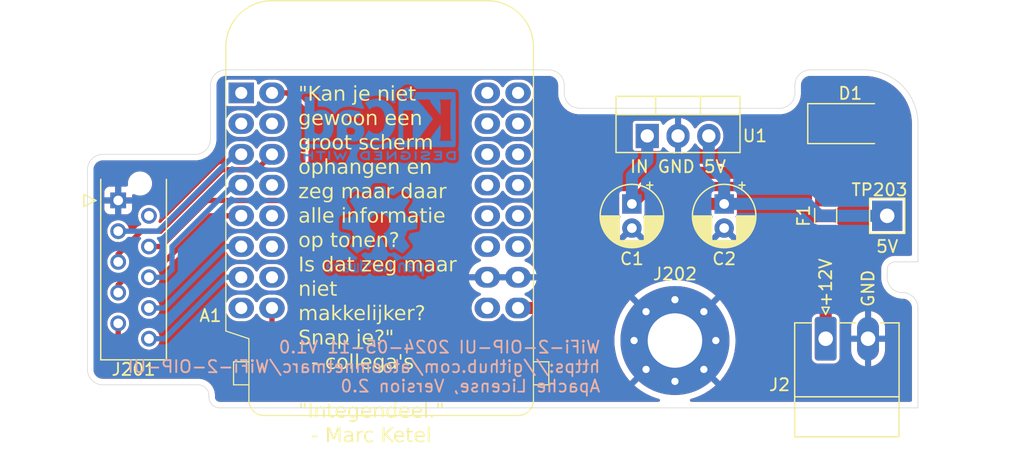
<source format=kicad_pcb>
(kicad_pcb (version 20240108) (generator "pcbnew") (generator_version "8.0")
  (title_block (title "WiFi-2-OIP-UI") (date "2024-05-11") (rev "V1.0") (company "https://github.com/atoomnetmarc/WiFi-2-OIP-UI") (comment 1 "Apache License, Version 2.0"))
  (layers (0 "F.Cu" signal) (31 "B.Cu" signal) (34 "B.Paste" user) (35 "F.Paste" user) (36 "B.SilkS" user "B.Silkscreen") (37 "F.SilkS" user "F.Silkscreen") (38 "B.Mask" user) (39 "F.Mask" user) (44 "Edge.Cuts" user))
  (net 0 "")
  (net 1 "/MCU_~{INT}")
  (net 2 "/LCD_RS")
  (net 3 "/SPI_CLK")
  (net 4 "/SPI_~{SS}_LCD")
  (net 5 "/SPI_MOSI")
  (net 6 "/SPI_MISO")
  (net 7 "/MCU_RST")
  (net 8 "/SPI_~{SS}_MCU")
  (net 9 "GND")
  (net 10 "Net-(D1-A)")
  (net 11 "Net-(D1-K)")
  (net 12 "+5V")
  (net 13 "+12V")
  (net 19 "+3.3V")
  (footprint "Module-extra:Wemos-S2-mini" (layer "F.Cu") (at 124.46 86.36)
    (property "Reference" "A1")
    (property "Value" "Wemos-S2-mini")
  )
  (footprint "Capacitor_THT:CP_Radial_D5.0mm_P2.00mm" (layer "F.Cu") (at 164.338 95.536 -90)
    (property "Reference" "C2")
    (property "Value" "16V 100uF")
  )
  (footprint "Connector_TE-Connectivity:TE_Micro-MaTch_1-215079-0_2x05_P1.27mm_Vertical" (layer "F.Cu") (at 114.3 95.25)
    (property "Reference" "J201")
    (property "Value" "2x 1x05 pin header 2.54mm")
  )
  (footprint "Capacitor_THT:CP_Radial_D5.0mm_P2.00mm" (layer "F.Cu") (at 156.718 95.536 -90)
    (property "Reference" "C1")
    (property "Value" "16V 100uF")
  )
  (footprint "TestPoint:TestPoint_THTPad_2.5x2.5mm_Drill1.2mm" (layer "F.Cu") (at 177.8 96.52)
    (property "Reference" "TP203")
    (property "Value" "TestPoint")
  )
  (footprint "Connector_Phoenix_MC:PhoenixContact_MC_1,5_2-G-3.5_1x02_P3.50mm_Horizontal" (layer "F.Cu") (at 172.72 106.68)
    (property "Reference" "J2")
    (property "Value" "Phoenix contact 1803277 + 1851999")
  )
  (footprint "Diode_SMD:D_SMA" (layer "F.Cu") (at 174.752 88.9)
    (property "Reference" "D1")
    (property "Value" "SS34")
  )
  (footprint "Package_TO_SOT_THT:TO-220-3_Vertical" (layer "F.Cu") (at 157.988 89.916)
    (property "Reference" "U1")
    (property "Value" "LM7805 buck module")
  )
  (footprint "Fuse:Fuse_1206_3216Metric_Pad1.42x1.75mm_HandSolder" (layer "F.Cu") (at 172.72 96.52 90)
    (property "Reference" "F1")
    (property "Value" "0.25A 16V polyfuse")
  )
  (footprint "MountingHole:MountingHole_4.5mm_Pad_Via" (layer "F.Cu") (at 160.274 106.83)
    (property "Reference" "J202")
    (property "Value" "MountingHole_Pad")
  )
  (footprint "Symbol:KiCad-Logo2_5mm_Copper" (layer "B.Cu") (at 135.89 88.9 180)
    (property "Reference" "REF**" (hide yes))
    (property "Value" "KiCad-Logo" (hide yes))
  )
  (footprint "Symbol:OSHW-Logo2_9.8x8mm_Copper" (layer "B.Cu") (at 135.89 97.79 180)
    (property "Reference" "REF**" (hide yes))
    (property "Value" "OSHW-Logo" (hide yes))
  )
  (gr_line (start 151.13 85.725) (end 151.13 86.36) (stroke (width 0.05)) (layer "Edge.Cuts"))
  (gr_arc (start 179.07 102.87) (mid 179.968026 103.241974) (end 180.34 104.14) (stroke (width 0.05)) (layer "Edge.Cuts"))
  (gr_line (start 121.92 90.17) (end 121.92 85.725) (stroke (width 0.05)) (layer "Edge.Cuts"))
  (gr_arc (start 120.904 110.49) (mid 121.532618 110.750382) (end 121.793 111.379) (stroke (width 0.05)) (layer "Edge.Cuts"))
  (gr_line (start 180.34 100.33) (end 180.34 88.9) (stroke (width 0.05)) (layer "Edge.Cuts"))
  (gr_line (start 149.86 84.455) (end 123.19 84.455) (stroke (width 0.05)) (layer "Edge.Cuts"))
  (gr_line (start 175.895 84.455) (end 171.45 84.455) (stroke (width 0.05)) (layer "Edge.Cuts"))
  (gr_line (start 122.682 112.395) (end 180.34 112.395) (stroke (width 0.05)) (layer "Edge.Cuts"))
  (gr_line (start 180.34 100.33) (end 178.435 100.33) (stroke (width 0.05)) (layer "Edge.Cuts"))
  (gr_line (start 111.76 92.71) (end 111.76 109.22) (stroke (width 0.05)) (layer "Edge.Cuts"))
  (gr_arc (start 122.682 112.395) (mid 122.053382 112.134618) (end 121.793 111.506) (stroke (width 0.05)) (layer "Edge.Cuts"))
  (gr_arc (start 170.18 85.725) (mid 170.551974 84.826974) (end 171.45 84.455) (stroke (width 0.05)) (layer "Edge.Cuts"))
  (gr_arc (start 177.8 100.965) (mid 177.985987 100.515987) (end 178.435 100.33) (stroke (width 0.05)) (layer "Edge.Cuts"))
  (gr_line (start 113.03 91.44) (end 120.65 91.44) (stroke (width 0.05)) (layer "Edge.Cuts"))
  (gr_arc (start 121.92 85.725) (mid 122.291974 84.826974) (end 123.19 84.455) (stroke (width 0.05)) (layer "Edge.Cuts"))
  (gr_arc (start 149.86 84.455) (mid 150.758026 84.826974) (end 151.13 85.725) (stroke (width 0.05)) (layer "Edge.Cuts"))
  (gr_arc (start 179.07 102.87) (mid 178.171974 102.498026) (end 177.8 101.6) (stroke (width 0.05)) (layer "Edge.Cuts"))
  (gr_arc (start 113.03 110.49) (mid 112.131974 110.118026) (end 111.76 109.22) (stroke (width 0.05)) (layer "Edge.Cuts"))
  (gr_line (start 177.8 100.965) (end 177.8 101.6) (stroke (width 0.05)) (layer "Edge.Cuts"))
  (gr_line (start 180.34 104.14) (end 180.34 112.395) (stroke (width 0.05)) (layer "Edge.Cuts"))
  (gr_arc (start 170.18 86.36) (mid 169.808026 87.258026) (end 168.91 87.63) (stroke (width 0.05)) (layer "Edge.Cuts"))
  (gr_arc (start 152.4 87.63) (mid 151.501974 87.258026) (end 151.13 86.36) (stroke (width 0.05)) (layer "Edge.Cuts"))
  (gr_line (start 170.18 85.725) (end 170.18 86.36) (stroke (width 0.05)) (layer "Edge.Cuts"))
  (gr_line (start 121.793 111.379) (end 121.793 111.506) (stroke (width 0.05)) (layer "Edge.Cuts"))
  (gr_arc (start 175.895 84.455) (mid 179.03809 85.75691) (end 180.34 88.9) (stroke (width 0.05)) (layer "Edge.Cuts"))
  (gr_arc (start 111.76 92.71) (mid 112.131974 91.811974) (end 113.03 91.44) (stroke (width 0.05)) (layer "Edge.Cuts"))
  (gr_arc (start 121.92 90.17) (mid 121.548026 91.068026) (end 120.65 91.44) (stroke (width 0.05)) (layer "Edge.Cuts"))
  (gr_line (start 113.03 110.49) (end 120.904 110.49) (stroke (width 0.05)) (layer "Edge.Cuts"))
  (gr_line (start 152.4 87.63) (end 168.91 87.63) (stroke (width 0.05)) (layer "Edge.Cuts"))
  (gr_text "5V" (at 177.8 99.06 0) (layer "F.SilkS") (effects (font (size 1 1))))
  (gr_text "+12V" (at 172.72 104.14 90) (layer "F.SilkS") (effects (font (size 1 1)) (justify left)))
  (gr_text "IN GND 5V" (at 160.528 92.456 0) (layer "F.SilkS") (effects (font (size 1 1))))
  (gr_text "GND" (at 176.22 104.14 90) (layer "F.SilkS") (effects (font (size 1 1)) (justify left)))
  (gr_text_box "${TITLE} ${ISSUE_DATE} ${REVISION}\n${COMPANY}\n${COMMENT1}\n" (start 114.3 106.045) (end 154.94 113.665) (layer "B.SilkS") (effects (font (size 1 1)) (justify left top mirror)) (border no))
  (gr_text_box "{dblquote}Kan je niet gewoon een groot scherm ophangen en zeg maar daar alle informatie op tonen?\nIs dat zeg maar niet makkelijker? Snap je?{dblquote}\n  - collega's\n\n{dblquote}Integendeel.{dblquote}\n  - Marc Ketel" (start 128.27 84.8995) (end 144.145 106.8705) (layer "F.SilkS") (effects (font (size 1.2 1.2)) (justify left top)) (border no))
  (segment (start 128.27 95.25) (end 129.54 93.98) (width 0.44) (layer "F.Cu") (net 1))
  (segment (start 129.54 87.63) (end 128.27 86.36) (width 0.44) (layer "F.Cu") (net 1))
  (segment (start 129.54 93.98) (end 129.54 87.63) (width 0.44) (layer "F.Cu") (net 1))
  (segment (start 121.649904 95.25) (end 128.27 95.25) (width 0.44) (layer "F.Cu") (net 1))
  (segment (start 128.27 86.36) (end 127 86.36) (width 0.44) (layer "F.Cu") (net 1))
  (segment (start 116.84 99.06) (end 117.839904 99.06) (width 0.44) (layer "F.Cu") (net 1))
  (segment (start 117.839904 99.06) (end 121.649904 95.25) (width 0.44) (layer "F.Cu") (net 1))
  (segment (start 117.7925 97.79) (end 116.205 97.79) (width 0.44) (layer "F.Cu") (net 2))
  (segment (start 116.205 97.79) (end 114.3 99.695) (width 0.44) (layer "F.Cu") (net 2))
  (segment (start 127 91.44) (end 125.73 92.71) (width 0.44) (layer "F.Cu") (net 2))
  (segment (start 125.73 92.71) (end 122.8725 92.71) (width 0.44) (layer "F.Cu") (net 2))
  (segment (start 122.8725 92.71) (end 117.7925 97.79) (width 0.44) (layer "F.Cu") (net 2))
  (segment (start 114.3 99.695) (end 114.3 100.33) (width 0.44) (layer "F.Cu") (net 2))
  (segment (start 118.11 101.6) (end 118.745 100.965) (width 0.44) (layer "B.Cu") (net 3))
  (segment (start 123.825 93.98) (end 124.46 93.98) (width 0.44) (layer "B.Cu") (net 3))
  (segment (start 118.745 99.06) (end 123.825 93.98) (width 0.44) (layer "B.Cu") (net 3))
  (segment (start 118.745 100.965) (end 118.745 99.06) (width 0.44) (layer "B.Cu") (net 3))
  (segment (start 116.84 101.6) (end 118.11 101.6) (width 0.44) (layer "B.Cu") (net 3))
  (segment (start 114.3 105.41) (end 114.3 107.315) (width 0.44) (layer "F.Cu") (net 4))
  (segment (start 125.73 108.585) (end 127 107.315) (width 0.44) (layer "F.Cu") (net 4))
  (segment (start 127 107.315) (end 127 104.14) (width 0.44) (layer "F.Cu") (net 4))
  (segment (start 114.3 107.315) (end 115.57 108.585) (width 0.44) (layer "F.Cu") (net 4))
  (segment (start 115.57 108.585) (end 125.73 108.585) (width 0.44) (layer "F.Cu") (net 4))
  (segment (start 123.19 99.06) (end 124.46 99.06) (width 0.44) (layer "B.Cu") (net 5))
  (segment (start 116.84 104.14) (end 118.11 104.14) (width 0.44) (layer "B.Cu") (net 5))
  (segment (start 118.11 104.14) (end 123.19 99.06) (width 0.44) (layer "B.Cu") (net 5))
  (segment (start 121.92 96.52) (end 124.46 96.52) (width 0.44) (layer "F.Cu") (net 6))
  (segment (start 114.3 102.235) (end 116.205 100.33) (width 0.44) (layer "F.Cu") (net 6))
  (segment (start 114.3 102.87) (end 114.3 102.235) (width 0.44) (layer "F.Cu") (net 6))
  (segment (start 118.11 100.33) (end 121.92 96.52) (width 0.44) (layer "F.Cu") (net 6))
  (segment (start 116.205 100.33) (end 118.11 100.33) (width 0.44) (layer "F.Cu") (net 6))
  (segment (start 123.952 91.44) (end 124.46 91.44) (width 0.44) (layer "B.Cu") (net 7))
  (segment (start 117.602 97.79) (end 123.952 91.44) (width 0.44) (layer "B.Cu") (net 7))
  (segment (start 114.3 97.79) (end 117.602 97.79) (width 0.44) (layer "B.Cu") (net 7))
  (segment (start 123.19 101.6) (end 124.46 101.6) (width 0.44) (layer "B.Cu") (net 8))
  (segment (start 116.84 106.68) (end 118.11 106.68) (width 0.44) (layer "B.Cu") (net 8))
  (segment (start 118.11 106.68) (end 123.19 101.6) (width 0.44) (layer "B.Cu") (net 8))
  (segment (start 172.72 93.98) (end 176.752 89.948) (width 1) (layer "F.Cu") (net 10))
  (segment (start 172.72 95.0325) (end 172.72 93.98) (width 1) (layer "F.Cu") (net 10))
  (segment (start 176.752 89.948) (end 176.752 88.9) (width 1) (layer "F.Cu") (net 10))
  (segment (start 170.688 88.9) (end 166.624 92.964) (width 1) (layer "F.Cu") (net 11))
  (segment (start 172.752 88.9) (end 170.688 88.9) (width 1) (layer "F.Cu") (net 11))
  (segment (start 159.29 92.964) (end 156.718 95.536) (width 1) (layer "F.Cu") (net 11))
  (segment (start 166.624 92.964) (end 159.29 92.964) (width 1) (layer "F.Cu") (net 11))
  (segment (start 157.988 89.916) (end 157.988 91.948) (width 1) (layer "B.Cu") (net 11))
  (segment (start 156.718 93.218) (end 156.718 95.536) (width 1) (layer "B.Cu") (net 11))
  (segment (start 157.988 91.948) (end 156.718 93.218) (width 1) (layer "B.Cu") (net 11))
  (segment (start 154.178 104.14) (end 162.782 95.536) (width 1) (layer "F.Cu") (net 12))
  (segment (start 147.32 104.14) (end 154.178 104.14) (width 1) (layer "F.Cu") (net 12))
  (segment (start 162.782 95.536) (end 164.338 95.536) (width 1) (layer "F.Cu") (net 12))
  (segment (start 171.228 95.536) (end 172.212 96.52) (width 1) (layer "B.Cu") (net 12))
  (segment (start 164.338 95.536) (end 171.228 95.536) (width 1) (layer "B.Cu") (net 12))
  (segment (start 163.068 89.916) (end 163.068 92.202) (width 1) (layer "B.Cu") (net 12))
  (segment (start 163.068 92.202) (end 164.338 93.472) (width 1) (layer "B.Cu") (net 12))
  (segment (start 164.338 93.472) (end 164.338 95.536) (width 1) (layer "B.Cu") (net 12))
  (segment (start 172.212 96.52) (end 177.8 96.52) (width 1) (layer "B.Cu") (net 12))
  (segment (start 172.72 106.68) (end 172.72 98.0075) (width 1) (layer "F.Cu") (net 13))
  (zone (net 9) (net_name "GND") (layers "F&B.Cu") (connect_pads (clearance 0.25)) (min_thickness 0.25) (fill yes (thermal_gap 0.5) (thermal_bridge_width 0.5))
    (polygon (pts (xy 181.61 83.82) (xy 181.61 113.03) (xy 110.49 113.03) (xy 110.49 83.82)))
  )
)
</source>
